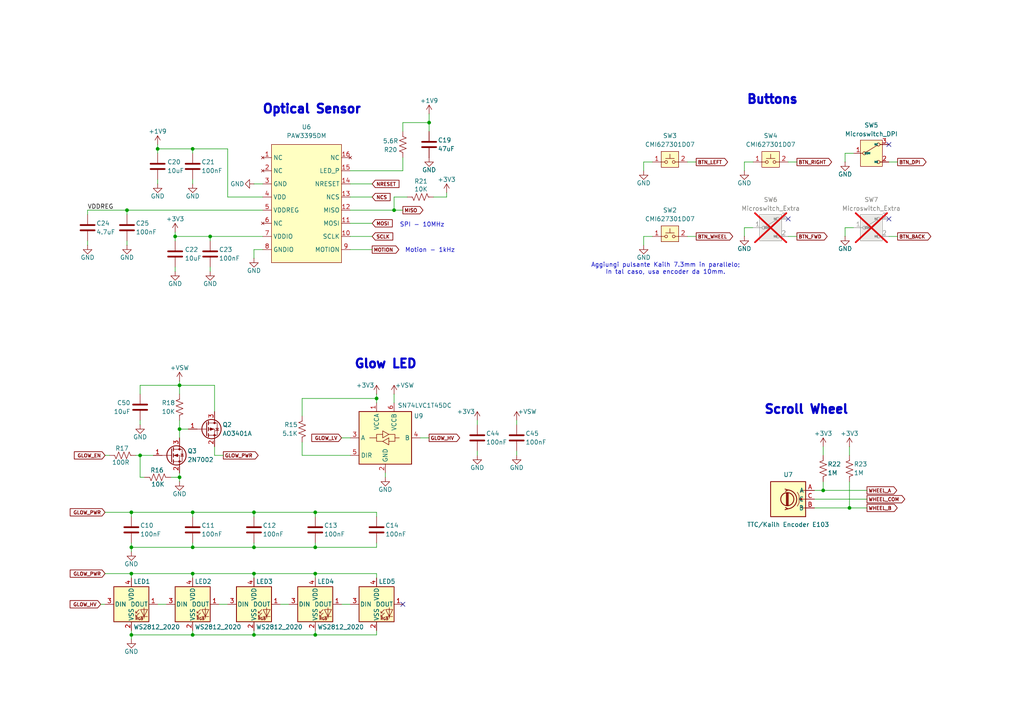
<source format=kicad_sch>
(kicad_sch (version 20250114) (generator "eeschema") (generator_version "9.0")
  (paper "A4")
  (title_block (title "Cenere Mouse") (date "2025-08-22") (rev "1") (company "Triungulo Lab"))
  (lib_symbols
    (symbol "Cenere_Mouse:Kailh SPST Tactile Switch Mute Silent" (pin_names (offset 1.016) (hide yes))
      (property "Reference" "SW" (at 0 4.064 0))
      (property "Value" "CMI627301D07" (at 0 -2.794 0))
      (symbol "Kailh SPST Tactile Switch Mute Silent_0_1"
        (polyline (pts (xy -1.524 0) (xy -2.54 0)))
        (circle (center -1.092 0) (radius 0.4))
        (polyline (pts (xy 0 2.286) (xy 0 1.016) (xy -1.27 1.016) (xy 1.27 1.016)))
        (circle (center 1.092 0) (radius 0.4))
        (polyline (pts (xy 1.524 0) (xy 2.54 0)))
        (pin passive line (at -5.08 0 0) (length 2.54) (name "1") (number "1"))
        (pin passive line (at 5.08 0 180) (length 2.54) (name "2") (number "2"))
      )
      (symbol "Kailh SPST Tactile Switch Mute Silent_1_1"
        (rectangle (start -2.54 3.048) (end 2.54 -1.524) (fill (type background)))
      )
    )
    (symbol "Cenere_Mouse:PAW3395DM"
      (property "Reference" "U" (at 0 0 0))
      (property "Value" "PAW3395DM" (at -0.508 -16.764 0))
      (symbol "PAW3395DM_0_0"
        (pin unspecified line (at -12.7 7.62 0) (length 2.54) (name "GND") (number "3"))
        (pin power_in line (at -12.7 3.81 0) (length 2.54) (name "VDD") (number "4"))
        (pin unspecified line (at -12.7 0 0) (length 2.54) (name "VDDREG") (number "5"))
        (pin power_in line (at -12.7 -7.62 0) (length 2.54) (name "VDDIO") (number "7"))
        (pin unspecified line (at -12.7 -11.43 0) (length 2.54) (name "GNDIO") (number "8"))
        (pin input line (at 12.7 11.43 180) (length 2.54) (name "LED_P") (number "15"))
        (pin input line (at 12.7 7.62 180) (length 2.54) (name "NRESET") (number "14"))
        (pin input line (at 12.7 3.81 180) (length 2.54) (name "NCS") (number "13"))
        (pin output line (at 12.7 0 180) (length 2.54) (name "MISO") (number "12"))
        (pin input line (at 12.7 -3.81 180) (length 2.54) (name "MOSI") (number "11"))
        (pin input line (at 12.7 -7.62 180) (length 2.54) (name "SCLK") (number "10"))
        (pin output line (at 12.7 -11.43 180) (length 2.54) (name "MOTION") (number "9"))
      )
      (symbol "PAW3395DM_1_0"
        (pin no_connect line (at -12.7 15.24 0) (length 2.54) (name "NC") (number "1"))
        (pin no_connect line (at -12.7 11.43 0) (length 2.54) (name "NC") (number "2"))
        (pin no_connect line (at -12.7 -3.81 0) (length 2.54) (name "NC") (number "6"))
        (pin no_connect line (at 12.7 15.24 180) (length 2.54) (name "NC") (number "16"))
      )
      (symbol "PAW3395DM_1_1"
        (rectangle (start -10.16 19.05) (end 10.16 -15.24) (fill (type background)))
      )
    )
    (symbol "Cenere_Mouse:SPDT_Microswitch"
      (property "Reference" "U" (at 0 7.112 0))
      (property "Value" "Microswitch" (at 0.254 5.334 0))
      (symbol "SPDT_Microswitch_0_1"
        (circle (center -2.032 0) (radius 0.4572))
        (polyline (pts (xy -1.651 0.254) (xy 1.651 2.286)))
        (circle (center 2.032 2.54) (radius 0.4572))
        (circle (center 2.032 -2.54) (radius 0.4572))
      )
      (symbol "SPDT_Microswitch_1_1"
        (rectangle (start -3.175 3.81) (end 3.175 -3.81) (fill (type background)))
        (pin passive line (at -5.08 0 0) (length 2.54) (name "COM") (number "1"))
        (pin passive line (at 5.08 2.54 180) (length 2.54) (name "NC") (number "3"))
        (pin passive line (at 5.08 -2.54 180) (length 2.54) (name "NO") (number "2"))
      )
    )
    (symbol "Cenere_Mouse:TTC__Kailh_Encoder"
      (property "Reference" "U" (at 0 0 0))
      (property "Value" "TTC/Kailh Encoder E103" (at 0 0 0))
      (symbol "TTC__Kailh_Encoder_0_1"
        (rectangle (start -5.08 5.08) (end 5.08 -5.08) (stroke (width 0.254)) (fill (type background)))
        (polyline (pts (xy -5.08 2.54) (xy -3.81 2.54) (xy -3.81 2.032)))
        (polyline (pts (xy -5.08 0) (xy -3.175 0) (xy -3.175 -1.016) (xy -2.667 -2.032)))
        (polyline (pts (xy -5.08 -2.54) (xy -3.81 -2.54) (xy -3.81 -2.032)))
        (circle (center -3.81 0) (radius 0.254) (fill (type outline)))
        (polyline (pts (xy -3.683 0) (xy -3.175 0) (xy -3.175 1.016) (xy -2.667 2.032)))
        (polyline (pts (xy 0 -1.778) (xy 0 1.778)) (stroke (width 0.254)))
        (circle (center 0.254 0) (radius 1.905) (stroke (width 0.254)))
        (polyline (pts (xy 0.254 -1.778) (xy 0.254 1.778)) (stroke (width 0.254)))
        (arc (start 0.254 -2.794) (mid -2.4638 -0.0635) (end 0.254 2.667) (stroke (width 0.254)))
        (polyline (pts (xy 0.508 1.778) (xy 0.508 -1.778)) (stroke (width 0.254)))
        (polyline (pts (xy 0.889 2.921) (xy 0.127 2.667) (xy 0.762 2.286)) (stroke (width 0.254)))
        (polyline (pts (xy 0.889 -3.048) (xy 0.127 -2.794) (xy 0.762 -2.413)) (stroke (width 0.254)))
      )
      (symbol "TTC__Kailh_Encoder_1_1"
        (pin passive line (at -7.62 2.54 0) (length 2.54) (name "A") (number "A"))
        (pin passive line (at -7.62 0 0) (length 2.54) (name "C") (number "C"))
        (pin passive line (at -7.62 -2.54 0) (length 2.54) (name "B") (number "B"))
      )
    )
    (symbol "Device:C" (pin_numbers (hide yes)) (pin_names (offset 0.254))
      (property "Reference" "C" (at 0.635 2.54 0))
      (property "Value" "C" (at 0.635 -2.54 0))
      (symbol "C_0_1"
        (polyline (pts (xy -2.032 0.762) (xy 2.032 0.762)) (stroke (width 0.508)))
        (polyline (pts (xy -2.032 -0.762) (xy 2.032 -0.762)) (stroke (width 0.508)))
      )
      (symbol "C_1_1"
        (pin passive line (at 0 3.81 270) (length 2.794) (name "~") (number "1"))
        (pin passive line (at 0 -3.81 90) (length 2.794) (name "~") (number "2"))
      )
    )
    (symbol "Device:R_US" (pin_numbers (hide yes)) (pin_names (offset 0))
      (property "Reference" "R" (at 2.54 0 90))
      (property "Value" "R_US" (at -2.54 0 90))
      (symbol "R_US_0_1"
        (polyline (pts (xy 0 2.286) (xy 0 2.54)))
        (polyline (pts (xy 0 2.286) (xy 1.016 1.905) (xy 0 1.524) (xy -1.016 1.143) (xy 0 0.762)))
        (polyline (pts (xy 0 0.762) (xy 1.016 0.381) (xy 0 0) (xy -1.016 -0.381) (xy 0 -0.762)))
        (polyline (pts (xy 0 -0.762) (xy 1.016 -1.143) (xy 0 -1.524) (xy -1.016 -1.905) (xy 0 -2.286)))
        (polyline (pts (xy 0 -2.286) (xy 0 -2.54)))
      )
      (symbol "R_US_1_1"
        (pin passive line (at 0 3.81 270) (length 1.27) (name "~") (number "1"))
        (pin passive line (at 0 -3.81 90) (length 1.27) (name "~") (number "2"))
      )
    )
    (symbol "Logic_LevelTranslator:SN74LVC1T45DCK"
      (property "Reference" "U" (at -6.35 8.89 0))
      (property "Value" "SN74LVC1T45DCK" (at 3.81 8.89 0))
      (symbol "SN74LVC1T45DCK_0_1"
        (rectangle (start -7.62 7.62) (end 7.62 -7.62) (stroke (width 0.254)) (fill (type background)))
        (polyline (pts (xy -2.54 0) (xy -2.54 1.016) (xy -0.762 1.016)))
        (polyline (pts (xy -0.762 0) (xy -0.762 2.032) (xy 1.016 1.016) (xy -0.762 0)))
        (polyline (pts (xy -0.762 -1.016) (xy -2.54 -1.016) (xy -2.54 0) (xy -4.572 0)))
        (polyline (pts (xy 1.016 1.016) (xy 2.794 1.016) (xy 2.794 0) (xy 4.064 0)))
        (polyline (pts (xy 1.016 0) (xy 1.016 -1.778) (xy 1.016 -2.032) (xy -0.762 -1.016) (xy 1.016 0)))
        (polyline (pts (xy 2.794 0) (xy 2.794 -1.016) (xy 1.016 -1.016)))
      )
      (symbol "SN74LVC1T45DCK_1_1"
        (pin bidirectional line (at -10.16 0 0) (length 2.54) (name "A") (number "3"))
        (pin input line (at -10.16 -5.08 0) (length 2.54) (name "DIR") (number "5"))
        (pin power_in line (at -2.54 10.16 270) (length 2.54) (name "VCCA") (number "1"))
        (pin power_in line (at 0 -10.16 90) (length 2.54) (name "GND") (number "2"))
        (pin power_in line (at 2.54 10.16 270) (length 2.54) (name "VCCB") (number "6"))
        (pin bidirectional line (at 10.16 0 180) (length 2.54) (name "B") (number "4"))
      )
    )
    (symbol "PCM_marbastlib-various:WS2812_2020" (pin_names (offset 0.254))
      (property "Reference" "LED" (at 5.08 5.715 0))
      (property "Value" "WS2812_2020" (at 1.27 -5.715 0))
      (symbol "WS2812_2020_0_0"
        (text "RGB" (at 2.286 -4.191 0) (effects (font (size 0.762 0.762))))
      )
      (symbol "WS2812_2020_0_1"
        (polyline (pts (xy 1.27 -2.54) (xy 1.778 -2.54)))
        (polyline (pts (xy 1.27 -3.556) (xy 1.778 -3.556)))
        (polyline (pts (xy 2.286 -1.524) (xy 1.27 -2.54) (xy 1.27 -2.032)))
        (polyline (pts (xy 2.286 -2.54) (xy 1.27 -3.556) (xy 1.27 -3.048)))
        (polyline (pts (xy 3.683 -1.016) (xy 3.683 -3.556) (xy 3.683 -4.064)))
        (polyline (pts (xy 4.699 -1.524) (xy 2.667 -1.524) (xy 3.683 -3.556) (xy 4.699 -1.524)))
        (polyline (pts (xy 4.699 -3.556) (xy 2.667 -3.556)))
        (rectangle (start 5.08 5.08) (end -5.08 -5.08) (stroke (width 0.254)) (fill (type background)))
      )
      (symbol "WS2812_2020_1_1"
        (pin input line (at -7.62 0 0) (length 2.54) (name "DIN") (number "3"))
        (pin power_in line (at 0 7.62 270) (length 2.54) (name "VDD") (number "4"))
        (pin power_in line (at 0 -7.62 90) (length 2.54) (name "VSS") (number "2"))
        (pin output line (at 7.62 0 180) (length 2.54) (name "DOUT") (number "1"))
      )
    )
    (symbol "Transistor_FET:2N7002" (pin_names (offset 0) (hide yes))
      (property "Reference" "Q" (at 5.08 1.905 0))
      (property "Value" "2N7002" (at 5.08 0 0))
      (symbol "2N7002_0_1"
        (polyline (pts (xy 0.254 1.905) (xy 0.254 -1.905)) (stroke (width 0.254)))
        (polyline (pts (xy 0.254 0) (xy -2.54 0)))
        (polyline (pts (xy 0.762 2.286) (xy 0.762 1.27)) (stroke (width 0.254)))
        (polyline (pts (xy 0.762 0.508) (xy 0.762 -0.508)) (stroke (width 0.254)))
        (polyline (pts (xy 0.762 -1.27) (xy 0.762 -2.286)) (stroke (width 0.254)))
        (polyline (pts (xy 0.762 -1.778) (xy 3.302 -1.778) (xy 3.302 1.778) (xy 0.762 1.778)))
        (polyline (pts (xy 1.016 0) (xy 2.032 0.381) (xy 2.032 -0.381) (xy 1.016 0)) (fill (type outline)))
        (circle (center 1.651 0) (radius 2.794) (stroke (width 0.254)))
        (polyline (pts (xy 2.54 2.54) (xy 2.54 1.778)))
        (circle (center 2.54 1.778) (radius 0.254) (fill (type outline)))
        (circle (center 2.54 -1.778) (radius 0.254) (fill (type outline)))
        (polyline (pts (xy 2.54 -2.54) (xy 2.54 0) (xy 0.762 0)))
        (polyline (pts (xy 2.921 0.381) (xy 3.683 0.381)))
        (polyline (pts (xy 3.302 0.381) (xy 2.921 -0.254) (xy 3.683 -0.254) (xy 3.302 0.381)))
      )
      (symbol "2N7002_1_1"
        (pin input line (at -5.08 0 0) (length 2.54) (name "G") (number "1"))
        (pin passive line (at 2.54 5.08 270) (length 2.54) (name "D") (number "3"))
        (pin passive line (at 2.54 -5.08 90) (length 2.54) (name "S") (number "2"))
      )
    )
    (symbol "Transistor_FET:AO3401A" (pin_names (hide yes))
      (property "Reference" "Q" (at 5.08 1.905 0))
      (property "Value" "AO3401A" (at 5.08 0 0))
      (symbol "AO3401A_0_1"
        (polyline (pts (xy 0.254 1.905) (xy 0.254 -1.905)) (stroke (width 0.254)))
        (polyline (pts (xy 0.254 0) (xy -2.54 0)))
        (polyline (pts (xy 0.762 2.286) (xy 0.762 1.27)) (stroke (width 0.254)))
        (polyline (pts (xy 0.762 1.778) (xy 3.302 1.778) (xy 3.302 -1.778) (xy 0.762 -1.778)))
        (polyline (pts (xy 0.762 0.508) (xy 0.762 -0.508)) (stroke (width 0.254)))
        (polyline (pts (xy 0.762 -1.27) (xy 0.762 -2.286)) (stroke (width 0.254)))
        (circle (center 1.651 0) (radius 2.794) (stroke (width 0.254)))
        (polyline (pts (xy 2.286 0) (xy 1.27 0.381) (xy 1.27 -0.381) (xy 2.286 0)) (fill (type outline)))
        (polyline (pts (xy 2.54 2.54) (xy 2.54 1.778)))
        (circle (center 2.54 1.778) (radius 0.254) (fill (type outline)))
        (circle (center 2.54 -1.778) (radius 0.254) (fill (type outline)))
        (polyline (pts (xy 2.54 -2.54) (xy 2.54 0) (xy 0.762 0)))
        (polyline (pts (xy 2.794 -0.508) (xy 2.921 -0.381) (xy 3.683 -0.381) (xy 3.81 -0.254)))
        (polyline (pts (xy 3.302 -0.381) (xy 2.921 0.254) (xy 3.683 0.254) (xy 3.302 -0.381)))
      )
      (symbol "AO3401A_1_1"
        (pin input line (at -5.08 0 0) (length 2.54) (name "G") (number "1"))
        (pin passive line (at 2.54 5.08 270) (length 2.54) (name "D") (number "3"))
        (pin passive line (at 2.54 -5.08 90) (length 2.54) (name "S") (number "2"))
      )
    )
    (symbol "power:+1V8" (power) (pin_numbers (hide yes)) (pin_names (offset 0) (hide yes))
      (property "Value" "+1V8" (at 0 3.556 0))
      (symbol "+1V8_0_1"
        (polyline (pts (xy -0.762 1.27) (xy 0 2.54)))
        (polyline (pts (xy 0 2.54) (xy 0.762 1.27)))
        (polyline (pts (xy 0 0) (xy 0 2.54)))
      )
      (symbol "+1V8_1_1"
        (pin power_in line (at 0 0 90) (length 0) (name "~") (number "1"))
      )
    )
    (symbol "power:+3V3" (power) (pin_numbers (hide yes)) (pin_names (offset 0) (hide yes))
      (property "Value" "+3V3" (at 0 3.556 0))
      (symbol "+3V3_0_1"
        (polyline (pts (xy -0.762 1.27) (xy 0 2.54)))
        (polyline (pts (xy 0 2.54) (xy 0.762 1.27)))
        (polyline (pts (xy 0 0) (xy 0 2.54)))
      )
      (symbol "+3V3_1_1"
        (pin power_in line (at 0 0 90) (length 0) (name "~") (number "1"))
      )
    )
    (symbol "power:+VSW" (power) (pin_numbers (hide yes)) (pin_names (offset 0) (hide yes))
      (property "Value" "+VSW" (at 0 3.556 0))
      (symbol "+VSW_0_1"
        (polyline (pts (xy -0.762 1.27) (xy 0 2.54)))
        (polyline (pts (xy 0 2.54) (xy 0.762 1.27)))
        (polyline (pts (xy 0 0) (xy 0 2.54)))
      )
      (symbol "+VSW_1_1"
        (pin power_in line (at 0 0 90) (length 0) (name "~") (number "1"))
      )
    )
    (symbol "power:GND" (power) (pin_numbers (hide yes)) (pin_names (offset 0) (hide yes))
      (property "Value" "GND" (at 0 -3.81 0))
      (symbol "GND_0_1"
        (polyline (pts (xy 0 0) (xy 0 -1.27) (xy 1.27 -1.27) (xy 0 -2.54) (xy -1.27 -1.27) (xy 0 -1.27)))
      )
      (symbol "GND_1_1"
        (pin power_in line (at 0 0 270) (length 0) (name "~") (number "1"))
      )
    )
  )
  (text "SPI - 10MHz" (at 122.428 65.278 0) (effects (font (size 1.27 1.27))))
  (text "Glow LED" (at 102.616 105.664 0) (effects (font (size 2.54 2.54) (thickness 1.016) (bold yes)) (justify left)))
  (text "Motion - 1kHz" (at 124.714 72.644 0) (effects (font (size 1.27 1.27))))
  (text "Scroll Wheel" (at 221.488 118.872 0) (effects (font (size 2.54 2.54) (thickness 1.016) (bold yes)) (justify left)))
  (text "Optical Sensor" (at 75.946 31.75 0) (effects (font (size 2.54 2.54) (thickness 1.016) (bold yes)) (justify left)))
  (text "Buttons" (at 216.408 28.956 0) (effects (font (size 2.54 2.54) (thickness 1.016) (bold yes)) (justify left)))
  (text "Aggiungi pulsante Kailh 7.3mm in parallelo;\nIn tal caso, usa encoder da 10mm." (at 193.04 77.978 0) (effects (font (size 1.27 1.27))))
  (junction (at 52.07 111.76))
  (junction (at 40.64 132.08))
  (junction (at 55.88 148.59))
  (junction (at 36.83 60.96))
  (junction (at 38.1 184.15))
  (junction (at 91.44 166.37))
  (junction (at 45.72 43.18))
  (junction (at 114.3 60.96))
  (junction (at 52.07 124.46))
  (junction (at 55.88 184.15))
  (junction (at 55.88 43.18))
  (junction (at 124.46 35.56))
  (junction (at 91.44 184.15))
  (junction (at 109.22 115.57))
  (junction (at 91.44 148.59))
  (junction (at 38.1 166.37))
  (junction (at 73.66 158.75))
  (junction (at 73.66 148.59))
  (junction (at 73.66 184.15))
  (junction (at 238.76 142.24))
  (junction (at 91.44 158.75))
  (junction (at 246.38 147.32))
  (junction (at 73.66 166.37))
  (junction (at 55.88 158.75))
  (junction (at 50.8 68.58))
  (junction (at 38.1 158.75))
  (junction (at 60.96 68.58))
  (junction (at 52.07 138.43))
  (junction (at 55.88 166.37))
  (junction (at 38.1 148.59))
  (no_connect (at 116.84 175.26))
  (no_connect (at 257.81 63.5))
  (no_connect (at 257.81 41.91))
  (no_connect (at 228.6 63.5))
  (wire (pts (xy 73.66 167.64) (xy 73.66 166.37)))
  (wire (pts (xy 91.44 158.75) (xy 109.22 158.75)))
  (wire (pts (xy 238.76 142.24) (xy 238.76 139.7)))
  (wire (pts (xy 73.66 148.59) (xy 91.44 148.59)))
  (wire (pts (xy 245.11 66.04) (xy 247.65 66.04)))
  (wire (pts (xy 114.3 60.96) (xy 116.84 60.96)))
  (wire (pts (xy 30.48 132.08) (xy 31.75 132.08)))
  (wire (pts (xy 91.44 148.59) (xy 109.22 148.59)))
  (wire (pts (xy 101.6 53.34) (xy 107.95 53.34)))
  (wire (pts (xy 40.64 111.76) (xy 52.07 111.76)))
  (wire (pts (xy 116.84 45.72) (xy 116.84 49.53)))
  (wire (pts (xy 91.44 166.37) (xy 109.22 166.37)))
  (wire (pts (xy 50.8 77.47) (xy 50.8 78.74)))
  (wire (pts (xy 38.1 158.75) (xy 38.1 160.02)))
  (wire (pts (xy 246.38 129.54) (xy 246.38 132.08)))
  (wire (pts (xy 138.43 130.81) (xy 138.43 132.08)))
  (wire (pts (xy 38.1 166.37) (xy 55.88 166.37)))
  (wire (pts (xy 40.64 121.92) (xy 40.64 123.19)))
  (wire (pts (xy 215.9 46.99) (xy 218.44 46.99)))
  (wire (pts (xy 38.1 148.59) (xy 55.88 148.59)))
  (wire (pts (xy 50.8 67.31) (xy 50.8 68.58)))
  (wire (pts (xy 124.46 33.02) (xy 124.46 35.56)))
  (wire (pts (xy 73.66 148.59) (xy 73.66 149.86)))
  (wire (pts (xy 101.6 49.53) (xy 116.84 49.53)))
  (wire (pts (xy 87.63 115.57) (xy 109.22 115.57)))
  (wire (pts (xy 45.72 52.07) (xy 45.72 53.34)))
  (wire (pts (xy 55.88 148.59) (xy 55.88 149.86)))
  (wire (pts (xy 246.38 147.32) (xy 236.22 147.32)))
  (wire (pts (xy 101.6 60.96) (xy 114.3 60.96)))
  (wire (pts (xy 40.64 114.3) (xy 40.64 111.76)))
  (wire (pts (xy 87.63 132.08) (xy 101.6 132.08)))
  (wire (pts (xy 101.6 57.15) (xy 107.95 57.15)))
  (wire (pts (xy 91.44 184.15) (xy 109.22 184.15)))
  (wire (pts (xy 236.22 142.24) (xy 238.76 142.24)))
  (wire (pts (xy 55.88 148.59) (xy 73.66 148.59)))
  (wire (pts (xy 45.72 43.18) (xy 45.72 41.91)))
  (wire (pts (xy 73.66 158.75) (xy 55.88 158.75)))
  (wire (pts (xy 52.07 137.16) (xy 52.07 138.43)))
  (wire (pts (xy 215.9 46.99) (xy 215.9 49.53)))
  (wire (pts (xy 55.88 52.07) (xy 55.88 53.34)))
  (wire (pts (xy 60.96 69.85) (xy 60.96 68.58)))
  (wire (pts (xy 52.07 110.49) (xy 52.07 111.76)))
  (wire (pts (xy 186.69 46.99) (xy 189.23 46.99)))
  (wire (pts (xy 109.22 148.59) (xy 109.22 149.86)))
  (wire (pts (xy 50.8 68.58) (xy 60.96 68.58)))
  (wire (pts (xy 121.92 127) (xy 124.46 127)))
  (wire (pts (xy 52.07 114.3) (xy 52.07 111.76)))
  (wire (pts (xy 186.69 68.58) (xy 186.69 71.12)))
  (wire (pts (xy 45.72 175.26) (xy 48.26 175.26)))
  (wire (pts (xy 245.11 44.45) (xy 245.11 46.99)))
  (wire (pts (xy 246.38 139.7) (xy 246.38 147.32)))
  (wire (pts (xy 41.91 138.43) (xy 40.64 138.43)))
  (wire (pts (xy 109.22 157.48) (xy 109.22 158.75)))
  (wire (pts (xy 101.6 68.58) (xy 107.95 68.58)))
  (wire (pts (xy 73.66 72.39) (xy 76.2 72.39)))
  (wire (pts (xy 114.3 114.3) (xy 114.3 116.84)))
  (wire (pts (xy 129.54 57.15) (xy 129.54 55.88)))
  (wire (pts (xy 38.1 167.64) (xy 38.1 166.37)))
  (wire (pts (xy 55.88 166.37) (xy 55.88 167.64)))
  (wire (pts (xy 111.76 137.16) (xy 111.76 138.43)))
  (wire (pts (xy 25.4 69.85) (xy 25.4 71.12)))
  (wire (pts (xy 186.69 46.99) (xy 186.69 49.53)))
  (wire (pts (xy 73.66 182.88) (xy 73.66 184.15)))
  (wire (pts (xy 257.81 68.58) (xy 260.35 68.58)))
  (wire (pts (xy 38.1 184.15) (xy 38.1 185.42)))
  (wire (pts (xy 138.43 121.92) (xy 138.43 123.19)))
  (wire (pts (xy 52.07 111.76) (xy 62.23 111.76)))
  (wire (pts (xy 25.4 60.96) (xy 36.83 60.96)))
  (wire (pts (xy 199.39 68.58) (xy 201.93 68.58)))
  (wire (pts (xy 87.63 120.65) (xy 87.63 115.57)))
  (wire (pts (xy 73.66 157.48) (xy 73.66 158.75)))
  (wire (pts (xy 55.88 166.37) (xy 73.66 166.37)))
  (wire (pts (xy 99.06 127) (xy 101.6 127)))
  (wire (pts (xy 45.72 43.18) (xy 45.72 44.45)))
  (wire (pts (xy 109.22 167.64) (xy 109.22 166.37)))
  (wire (pts (xy 109.22 114.3) (xy 109.22 115.57)))
  (wire (pts (xy 29.21 175.26) (xy 30.48 175.26)))
  (wire (pts (xy 55.88 158.75) (xy 55.88 157.48)))
  (wire (pts (xy 39.37 132.08) (xy 40.64 132.08)))
  (wire (pts (xy 101.6 72.39) (xy 107.95 72.39)))
  (wire (pts (xy 49.53 138.43) (xy 52.07 138.43)))
  (wire (pts (xy 62.23 129.54) (xy 62.23 132.08)))
  (wire (pts (xy 91.44 148.59) (xy 91.44 149.86)))
  (wire (pts (xy 109.22 115.57) (xy 109.22 116.84)))
  (wire (pts (xy 199.39 46.99) (xy 201.93 46.99)))
  (wire (pts (xy 246.38 147.32) (xy 251.46 147.32)))
  (wire (pts (xy 91.44 166.37) (xy 91.44 167.64)))
  (wire (pts (xy 38.1 149.86) (xy 38.1 148.59)))
  (wire (pts (xy 186.69 68.58) (xy 189.23 68.58)))
  (wire (pts (xy 109.22 182.88) (xy 109.22 184.15)))
  (wire (pts (xy 245.11 66.04) (xy 245.11 68.58)))
  (wire (pts (xy 55.88 184.15) (xy 73.66 184.15)))
  (wire (pts (xy 60.96 68.58) (xy 76.2 68.58)))
  (wire (pts (xy 114.3 57.15) (xy 114.3 60.96)))
  (wire (pts (xy 238.76 142.24) (xy 251.46 142.24)))
  (wire (pts (xy 99.06 175.26) (xy 101.6 175.26)))
  (wire (pts (xy 215.9 66.04) (xy 218.44 66.04)))
  (wire (pts (xy 63.5 175.26) (xy 66.04 175.26)))
  (wire (pts (xy 38.1 157.48) (xy 38.1 158.75)))
  (wire (pts (xy 36.83 60.96) (xy 76.2 60.96)))
  (wire (pts (xy 38.1 182.88) (xy 38.1 184.15)))
  (wire (pts (xy 52.07 138.43) (xy 52.07 139.7)))
  (wire (pts (xy 62.23 132.08) (xy 64.77 132.08)))
  (wire (pts (xy 52.07 127) (xy 52.07 124.46)))
  (wire (pts (xy 76.2 57.15) (xy 66.04 57.15)))
  (wire (pts (xy 73.66 158.75) (xy 91.44 158.75)))
  (wire (pts (xy 66.04 57.15) (xy 66.04 43.18)))
  (wire (pts (xy 116.84 35.56) (xy 116.84 38.1)))
  (wire (pts (xy 257.81 46.99) (xy 260.35 46.99)))
  (wire (pts (xy 40.64 138.43) (xy 40.64 132.08)))
  (wire (pts (xy 66.04 43.18) (xy 55.88 43.18)))
  (wire (pts (xy 81.28 175.26) (xy 83.82 175.26)))
  (wire (pts (xy 30.48 148.59) (xy 38.1 148.59)))
  (wire (pts (xy 55.88 182.88) (xy 55.88 184.15)))
  (wire (pts (xy 60.96 77.47) (xy 60.96 78.74)))
  (wire (pts (xy 73.66 74.93) (xy 73.66 72.39)))
  (wire (pts (xy 36.83 60.96) (xy 36.83 62.23)))
  (wire (pts (xy 73.66 184.15) (xy 91.44 184.15)))
  (wire (pts (xy 55.88 44.45) (xy 55.88 43.18)))
  (wire (pts (xy 238.76 129.54) (xy 238.76 132.08)))
  (wire (pts (xy 52.07 121.92) (xy 52.07 124.46)))
  (wire (pts (xy 245.11 44.45) (xy 247.65 44.45)))
  (wire (pts (xy 38.1 184.15) (xy 55.88 184.15)))
  (wire (pts (xy 38.1 158.75) (xy 55.88 158.75)))
  (wire (pts (xy 116.84 35.56) (xy 124.46 35.56)))
  (wire (pts (xy 25.4 60.96) (xy 25.4 62.23)))
  (wire (pts (xy 40.64 132.08) (xy 44.45 132.08)))
  (wire (pts (xy 124.46 35.56) (xy 124.46 38.1)))
  (wire (pts (xy 36.83 69.85) (xy 36.83 71.12)))
  (wire (pts (xy 149.86 121.92) (xy 149.86 123.19)))
  (wire (pts (xy 125.73 57.15) (xy 129.54 57.15)))
  (wire (pts (xy 30.48 166.37) (xy 38.1 166.37)))
  (wire (pts (xy 114.3 57.15) (xy 118.11 57.15)))
  (wire (pts (xy 73.66 53.34) (xy 76.2 53.34)))
  (wire (pts (xy 62.23 111.76) (xy 62.23 119.38)))
  (wire (pts (xy 45.72 43.18) (xy 55.88 43.18)))
  (wire (pts (xy 101.6 64.77) (xy 107.95 64.77)))
  (wire (pts (xy 91.44 157.48) (xy 91.44 158.75)))
  (wire (pts (xy 50.8 68.58) (xy 50.8 69.85)))
  (wire (pts (xy 236.22 144.78) (xy 251.46 144.78)))
  (wire (pts (xy 228.6 68.58) (xy 231.14 68.58)))
  (wire (pts (xy 52.07 124.46) (xy 54.61 124.46)))
  (wire (pts (xy 228.6 46.99) (xy 231.14 46.99)))
  (wire (pts (xy 91.44 182.88) (xy 91.44 184.15)))
  (wire (pts (xy 73.66 166.37) (xy 91.44 166.37)))
  (wire (pts (xy 149.86 130.81) (xy 149.86 132.08)))
  (wire (pts (xy 215.9 66.04) (xy 215.9 68.58)))
  (wire (pts (xy 87.63 128.27) (xy 87.63 132.08)))
  (label "VDDREG" (at 25.4 60.96 0))
  (global_label "WHEEL_B" (shape output) (at 251.46 147.32 0) (effects (font (size 1 1) (thickness 0.2) (bold yes))) (property "Intersheetrefs" "${INTERSHEET_REFS}" (effects (hide yes))))
  (global_label "MOTION" (shape output) (at 107.95 72.39 0) (effects (font (size 1 1) (thickness 0.2) (bold yes))) (property "Intersheetrefs" "${INTERSHEET_REFS}" (effects (hide yes))))
  (global_label "BTN_RIGHT" (shape output) (at 231.14 46.99 0) (effects (font (size 1 1) (thickness 0.2) (bold yes))) (property "Intersheetrefs" "${INTERSHEET_REFS}" (effects (hide yes))))
  (global_label "BTN_LEFT" (shape output) (at 201.93 46.99 0) (effects (font (size 1 1) (thickness 0.2) (bold yes))) (property "Intersheetrefs" "${INTERSHEET_REFS}" (effects (hide yes))))
  (global_label "NCS" (shape input) (at 107.95 57.15 0) (effects (font (size 1 1) (thickness 0.2) (bold yes))) (property "Intersheetrefs" "${INTERSHEET_REFS}" (effects (hide yes))))
  (global_label "WHEEL_COM" (shape output) (at 251.46 144.78 0) (effects (font (size 1 1) (thickness 0.2) (bold yes))) (property "Intersheetrefs" "${INTERSHEET_REFS}" (effects (hide yes))))
  (global_label "BTN_DPI" (shape output) (at 260.35 46.99 0) (effects (font (size 1 1) (thickness 0.2) (bold yes))) (property "Intersheetrefs" "${INTERSHEET_REFS}" (effects (hide yes))))
  (global_label "SCLK" (shape input) (at 107.95 68.58 0) (effects (font (size 1 1) (thickness 0.2) (bold yes))) (property "Intersheetrefs" "${INTERSHEET_REFS}" (effects (hide yes))))
  (global_label "GLOW_HV" (shape output) (at 124.46 127 0) (effects (font (size 1 1) (thickness 0.2) (bold yes))) (property "Intersheetrefs" "${INTERSHEET_REFS}" (effects (hide yes))))
  (global_label "WHEEL_A" (shape output) (at 251.46 142.24 0) (effects (font (size 1 1) (thickness 0.2) (bold yes))) (property "Intersheetrefs" "${INTERSHEET_REFS}" (effects (hide yes))))
  (global_label "BTN_FWD" (shape output) (at 231.14 68.58 0) (effects (font (size 1 1) (thickness 0.2) (bold yes))) (property "Intersheetrefs" "${INTERSHEET_REFS}" (effects (hide yes))))
  (global_label "BTN_WHEEL" (shape output) (at 201.93 68.58 0) (effects (font (size 1 1) (thickness 0.2) (bold yes))) (property "Intersheetrefs" "${INTERSHEET_REFS}" (effects (hide yes))))
  (global_label "MOSI" (shape input) (at 107.95 64.77 0) (effects (font (size 1 1) (thickness 0.2) (bold yes))) (property "Intersheetrefs" "${INTERSHEET_REFS}" (effects (hide yes))))
  (global_label "GLOW_PWR" (shape input) (at 30.48 166.37 180) (effects (font (size 1 1) (thickness 0.2) (bold yes))) (property "Intersheetrefs" "${INTERSHEET_REFS}" (effects (hide yes))))
  (global_label "MISO" (shape output) (at 116.84 60.96 0) (effects (font (size 1 1) (thickness 0.2) (bold yes))) (property "Intersheetrefs" "${INTERSHEET_REFS}" (effects (hide yes))))
  (global_label "BTN_BACK" (shape output) (at 260.35 68.58 0) (effects (font (size 1 1) (thickness 0.2) (bold yes))) (property "Intersheetrefs" "${INTERSHEET_REFS}" (effects (hide yes))))
  (global_label "GLOW_LV" (shape input) (at 99.06 127 180) (effects (font (size 1 1) (thickness 0.2) (bold yes))) (property "Intersheetrefs" "${INTERSHEET_REFS}" (effects (hide yes))))
  (global_label "NRESET" (shape input) (at 107.95 53.34 0) (effects (font (size 1 1) (thickness 0.2) (bold yes))) (property "Intersheetrefs" "${INTERSHEET_REFS}" (effects (hide yes))))
  (global_label "GLOW_PWR" (shape input) (at 30.48 148.59 180) (effects (font (size 1 1) (thickness 0.2) (bold yes))) (property "Intersheetrefs" "${INTERSHEET_REFS}" (effects (hide yes))))
  (global_label "GLOW_EN" (shape input) (at 30.48 132.08 180) (effects (font (size 1 1) (thickness 0.2) (bold yes))) (property "Intersheetrefs" "${INTERSHEET_REFS}" (effects (hide yes))))
  (global_label "GLOW_PWR" (shape output) (at 64.77 132.08 0) (effects (font (size 1 1) (thickness 0.2) (bold yes))) (property "Intersheetrefs" "${INTERSHEET_REFS}" (effects (hide yes))))
  (global_label "GLOW_HV" (shape input) (at 29.21 175.26 180) (effects (font (size 1 1) (thickness 0.2) (bold yes))) (property "Intersheetrefs" "${INTERSHEET_REFS}" (effects (hide yes))))
  (symbol (lib_id "Device:C") (at 25.4 66.04 0) (unit 1)
    (property "Reference" "C24" (at 27.94 64.77 0) (effects (justify left)))
    (property "Value" "4.7uF" (at 27.94 67.31 0) (effects (justify left)))
    (property "Footprint" "Capacitor_SMD:C_0805_2012Metric" (effects (hide yes)))
    (property "Description" "4.7uF 35V X7R 0805 10% Capacitor" (effects (hide yes)))
    (property "Manufacturer" "HRE" (effects (hide yes)))
    (property "Part Number" "CGA0805X7R475K350MT" (effects (hide yes)))
    (property "JLCPCB PN" "C6119943" (effects (hide yes)))
  )
  (symbol (lib_id "power:+3V3") (at 138.43 121.92 0) (unit 1)
    (property "Reference" "#PWR0105" (effects (hide yes)))
    (property "Value" "+3V3" (at 135.128 119.38 0))
    (property "Description" "Power symbol creates a global label with name \"+3V3\"" (effects (hide yes)))
  )
  (symbol (lib_id "power:GND") (at 45.72 53.34 0) (unit 1)
    (property "Reference" "#PWR060" (effects (hide yes)))
    (property "Value" "GND" (at 45.72 56.896 0))
    (property "Description" "Power symbol creates a global label with name \"GND\" , ground" (effects (hide yes)))
  )
  (symbol (lib_id "power:GND") (at 138.43 132.08 0) (unit 1)
    (property "Reference" "#PWR0107" (effects (hide yes)))
    (property "Value" "GND" (at 138.43 135.636 0))
    (property "Description" "Power symbol creates a global label with name \"GND\" , ground" (effects (hide yes)))
  )
  (symbol (lib_id "Device:C") (at 38.1 153.67 0) (unit 1)
    (property "Reference" "C10" (at 40.64 152.4 0) (effects (justify left)))
    (property "Value" "100nF" (at 40.64 154.94 0) (effects (justify left)))
    (property "Footprint" "Capacitor_SMD:C_0402_1005Metric" (effects (hide yes)))
    (property "Description" "100nF 50V X7R 0402 ±10% Capacitor" (effects (hide yes)))
    (property "Manufacturer" "Samsung" (effects (hide yes)))
    (property "Part Number" "CL05B104KB54PNC" (effects (hide yes)))
    (property "JLCPCB PN" "C307331" (effects (hide yes)))
  )
  (symbol (lib_id "power:+3V3") (at 50.8 67.31 0) (unit 1)
    (property "Reference" "#PWR064" (effects (hide yes)))
    (property "Value" "+3V3" (at 50.8 63.5 0))
    (property "Description" "Power symbol creates a global label with name \"+3V3\"" (effects (hide yes)))
  )
  (symbol (lib_id "power:GND") (at 40.64 123.19 0) (unit 1)
    (property "Reference" "#PWR032" (effects (hide yes)))
    (property "Value" "GND" (at 40.64 126.746 0))
    (property "Description" "Power symbol creates a global label with name \"GND\" , ground" (effects (hide yes)))
  )
  (symbol (lib_id "Device:R_US") (at 246.38 135.89 0) (mirror y) (unit 1)
    (property "Reference" "R23" (at 247.65 134.62 0) (effects (justify right)))
    (property "Value" "1M" (at 247.65 137.16 0) (effects (justify right)))
    (property "Footprint" "Resistor_SMD:R_0603_1608Metric" (effects (hide yes)))
    (property "Description" "100mW 1MΩ 75V Thick Film Resistor ±1% 0603" (effects (hide yes)))
    (property "Manufacturer" "UNI-ROYAL(Uniroyal Elec)" (effects (hide yes)))
    (property "Part Number" "0603WAF1004T5E" (effects (hide yes)))
    (property "JLCPCB PN" "C22935" (effects (hide yes)))
  )
  (symbol (lib_id "Device:R_US") (at 52.07 118.11 0) (mirror y) (unit 1)
    (property "Reference" "R18" (at 50.8 116.84 0) (effects (justify left)))
    (property "Value" "10K" (at 50.8 119.38 0) (effects (justify left)))
    (property "Footprint" "Resistor_SMD:R_0603_1608Metric" (effects (hide yes)))
    (property "Description" "100mW 10kΩ 75V Thick Film Resistor ±1% ±100ppm/℃ 0603" (effects (hide yes)))
    (property "Manufacturer" "UNI-ROYAL(Uniroyal Elec)" (effects (hide yes)))
    (property "Part Number" "0603WAF1002T5E" (effects (hide yes)))
    (property "JLCPCB PN" "C25804" (effects (hide yes)))
  )
  (symbol (lib_id "power:+VSW") (at 52.07 110.49 0) (unit 1)
    (property "Reference" "#PWR044" (effects (hide yes)))
    (property "Value" "+VSW" (at 52.07 106.68 0))
    (property "Description" "Power symbol creates a global label with name \"+VSW\"" (effects (hide yes)))
  )
  (symbol (lib_id "power:+1V8") (at 45.72 41.91 0) (unit 1)
    (property "Reference" "#PWR059" (effects (hide yes)))
    (property "Value" "+1V9" (at 45.72 38.1 0))
    (property "Description" "Power symbol creates a global label with name \"+1V8\"" (effects (hide yes)))
  )
  (symbol (lib_id "Device:C") (at 60.96 73.66 0) (unit 1)
    (property "Reference" "C23" (at 63.5 72.39 0) (effects (justify left)))
    (property "Value" "100nF" (at 63.5 74.93 0) (effects (justify left)))
    (property "Footprint" "Capacitor_SMD:C_0402_1005Metric" (effects (hide yes)))
    (property "Description" "100nF 50V X7R 0402 ±10% Capacitor" (effects (hide yes)))
    (property "Manufacturer" "Samsung" (effects (hide yes)))
    (property "Part Number" "CL05B104KB54PNC" (effects (hide yes)))
    (property "JLCPCB PN" "C307331" (effects (hide yes)))
  )
  (symbol (lib_id "power:+3V3") (at 129.54 55.88 0) (unit 1)
    (property "Reference" "#PWR055" (effects (hide yes)))
    (property "Value" "+3V3" (at 129.54 52.07 0))
    (property "Description" "Power symbol creates a global label with name \"+3V3\"" (effects (hide yes)))
  )
  (symbol (lib_id "power:+3V3") (at 238.76 129.54 0) (unit 1)
    (property "Reference" "#PWR070" (effects (hide yes)))
    (property "Value" "+3V3" (at 238.76 125.73 0))
    (property "Description" "Power symbol creates a global label with name \"+3V3\"" (effects (hide yes)))
  )
  (symbol (lib_id "Cenere_Mouse:Kailh SPST Tactile Switch Mute Silent") (at 194.31 46.99 0) (unit 1) (in_bom no)
    (property "Reference" "SW3" (at 194.31 39.37 0))
    (property "Value" "CMI627301D07" (at 194.31 41.91 0))
    (property "Footprint" "Cenere_Mouse:SW_Tactile_SPST_ Kailh_6x6x7.3mm_Mute_Silent" (effects (hide yes)))
    (property "Description" "Tactile Switch 6.2x6.2x7.3mm SMD" (effects (hide yes)))
    (property "Manufacturer" "Kailh" (effects (hide yes)))
    (property "Part Number" "CMI627301D07" (effects (hide yes)))
    (property "JLCPCB PN" "C400268" (effects (hide yes)))
  )
  (symbol (lib_id "power:GND") (at 215.9 68.58 0) (unit 1)
    (property "Reference" "#PWR073" (effects (hide yes)))
    (property "Value" "GND" (at 215.9 72.136 0))
    (property "Description" "Power symbol creates a global label with name \"GND\" , ground" (effects (hide yes)))
  )
  (symbol (lib_id "Cenere_Mouse:Kailh SPST Tactile Switch Mute Silent") (at 223.52 46.99 0) (unit 1) (in_bom no)
    (property "Reference" "SW4" (at 223.52 39.37 0))
    (property "Value" "CMI627301D07" (at 223.52 41.91 0))
    (property "Footprint" "Cenere_Mouse:SW_Tactile_SPST_ Kailh_6x6x7.3mm_Mute_Silent" (effects (hide yes)))
    (property "Description" "Tactile Switch 6.2x6.2x7.3mm SMD" (effects (hide yes)))
    (property "Manufacturer" "Kailh" (effects (hide yes)))
    (property "Part Number" "CMI627301D07" (effects (hide yes)))
    (property "JLCPCB PN" "C400268" (effects (hide yes)))
  )
  (symbol (lib_id "Cenere_Mouse:SPDT_Microswitch") (at 223.52 66.04 0) (unit 1) (in_bom no) (on_board no) (dnp yes)
    (property "Reference" "SW6" (at 223.52 57.912 0))
    (property "Value" "Microswitch_Extra" (at 223.52 60.452 0))
    (property "Footprint" "Cenere_Mouse:SW_Tactile_SPDT_Omron_D2F" (effects (hide yes)))
  )
  (symbol (lib_id "Cenere_Mouse:SPDT_Microswitch") (at 252.73 44.45 0) (unit 1) (in_bom no)
    (property "Reference" "SW5" (at 252.73 36.322 0))
    (property "Value" "Microswitch_DPI" (at 252.73 38.862 0))
    (property "Footprint" "Cenere_Mouse:SW_Tactile_SPDT_Omron_D2F" (effects (hide yes)))
    (property "Description" "Blue Switch (30,000,000 Cycles)" (effects (hide yes)))
    (property "Manufacturer" "Kailh" (effects (hide yes)))
    (property "Part Number" "CMI126603D09" (effects (hide yes)))
    (property "JLCPCB PN" "C400257" (effects (hide yes)))
  )
  (symbol (lib_id "power:GND") (at 215.9 49.53 0) (unit 1)
    (property "Reference" "#PWR068" (effects (hide yes)))
    (property "Value" "GND" (at 215.9 53.086 0))
    (property "Description" "Power symbol creates a global label with name \"GND\" , ground" (effects (hide yes)))
  )
  (symbol (lib_id "power:GND") (at 38.1 160.02 0) (unit 1)
    (property "Reference" "#PWR046" (effects (hide yes)))
    (property "Value" "GND" (at 38.1 163.576 0))
    (property "Description" "Power symbol creates a global label with name \"GND\" , ground" (effects (hide yes)))
  )
  (symbol (lib_id "power:GND") (at 73.66 53.34 270) (unit 1)
    (property "Reference" "#PWR058" (effects (hide yes)))
    (property "Value" "GND" (at 68.834 53.34 90))
    (property "Description" "Power symbol creates a global label with name \"GND\" , ground" (effects (hide yes)))
  )
  (symbol (lib_id "Device:R_US") (at 116.84 41.91 180) (unit 1)
    (property "Reference" "R20" (at 113.284 43.434 0))
    (property "Value" "5.6R" (at 113.284 40.894 0))
    (property "Footprint" "Resistor_SMD:R_0805_2012Metric" (effects (hide yes)))
    (property "Description" "125mW 150V 5.6Ω Thick Film Resistor ±1% 0805" (effects (hide yes)))
    (property "Manufacturer" "UNI-ROYAL(Uniroyal Elec)" (effects (hide yes)))
    (property "Part Number" "0805W8F560KT5E" (effects (hide yes)))
    (property "JLCPCB PN" "C17729" (effects (hide yes)))
  )
  (symbol (lib_id "Device:C") (at 91.44 153.67 0) (unit 1)
    (property "Reference" "C13" (at 93.98 152.4 0) (effects (justify left)))
    (property "Value" "100nF" (at 93.98 154.94 0) (effects (justify left)))
    (property "Footprint" "Capacitor_SMD:C_0402_1005Metric" (effects (hide yes)))
    (property "Description" "100nF 50V X7R 0402 ±10% Capacitor" (effects (hide yes)))
    (property "Manufacturer" "Samsung" (effects (hide yes)))
    (property "Part Number" "CL05B104KB54PNC" (effects (hide yes)))
    (property "JLCPCB PN" "C307331" (effects (hide yes)))
  )
  (symbol (lib_id "Device:C") (at 55.88 153.67 0) (unit 1)
    (property "Reference" "C11" (at 58.42 152.4 0) (effects (justify left)))
    (property "Value" "100nF" (at 58.42 154.94 0) (effects (justify left)))
    (property "Footprint" "Capacitor_SMD:C_0402_1005Metric" (effects (hide yes)))
    (property "Description" "100nF 50V X7R 0402 ±10% Capacitor" (effects (hide yes)))
    (property "Manufacturer" "Samsung" (effects (hide yes)))
    (property "Part Number" "CL05B104KB54PNC" (effects (hide yes)))
    (property "JLCPCB PN" "C307331" (effects (hide yes)))
  )
  (symbol (lib_id "Cenere_Mouse:PAW3395DM") (at 88.9 60.96 0) (unit 1)
    (property "Reference" "U6" (at 88.9 36.83 0))
    (property "Value" "PAW3395DM" (at 88.9 39.37 0))
    (property "Footprint" "Cenere_Mouse:PixArt_PDIP-16_10.9x16.2mm_P1.78mm" (effects (hide yes)))
    (property "Description" "Pixart Optical Gaming Navigation Chip Sensor" (effects (hide yes)))
    (property "Manufacturer" "PIXART" (effects (hide yes)))
    (property "Part Number" "PAW3395" (effects (hide yes)))
  )
  (symbol (lib_id "power:GND") (at 25.4 71.12 0) (unit 1)
    (property "Reference" "#PWR066" (effects (hide yes)))
    (property "Value" "GND" (at 25.4 74.676 0))
    (property "Description" "Power symbol creates a global label with name \"GND\" , ground" (effects (hide yes)))
  )
  (symbol (lib_id "power:+1V8") (at 124.46 33.02 0) (unit 1)
    (property "Reference" "#PWR056" (effects (hide yes)))
    (property "Value" "+1V9" (at 124.46 29.21 0))
    (property "Description" "Power symbol creates a global label with name \"+1V8\"" (effects (hide yes)))
  )
  (symbol (lib_id "Cenere_Mouse:TTC__Kailh_Encoder") (at 228.6 144.78 0) (mirror y) (unit 1) (in_bom no)
    (property "Reference" "U7" (at 228.6 137.668 0))
    (property "Value" "TTC/Kailh Encoder E103" (at 228.6 152.146 0))
    (property "Footprint" "Cenere_Mouse:TTC E103 - Kailh Rotary Encoder" (effects (hide yes)))
    (property "Description" "Encoder 9mm" (effects (hide yes)))
  )
  (symbol (lib_id "PCM_marbastlib-various:WS2812_2020") (at 109.22 175.26 0) (unit 1)
    (property "Reference" "LED5" (at 112.268 168.656 0))
    (property "Value" "WS2812_2020" (effects (hide yes)))
    (property "Footprint" "PCM_marbastlib-various:LED_WS2812_2020" (effects (hide yes)))
    (property "Datasheet" "https://www.world-semi.com/DownLoadFile/139" (effects (hide yes)))
    (property "Description" "2020 SMD adressable RGB LED with integrated controller" (effects (hide yes)))
    (property "Manufacturer" "Worldsemi" (effects (hide yes)))
    (property "Part Number" "WS2812B-2020" (effects (hide yes)))
    (property "JLCPCB PN" "C965555" (effects (hide yes)))
  )
  (symbol (lib_id "Device:C") (at 45.72 48.26 0) (unit 1)
    (property "Reference" "C20" (at 48.514 46.99 0) (effects (justify left)))
    (property "Value" "10uF" (at 48.514 49.53 0) (effects (justify left)))
    (property "Footprint" "Capacitor_SMD:C_0805_2012Metric" (effects (hide yes)))
    (property "Description" "10uF X7R 0805 10% Capacitor" (effects (hide yes)))
    (property "Manufacturer" "Samsung" (effects (hide yes)))
    (property "Part Number" "CL21B106KOQNNNE" (effects (hide yes)))
    (property "JLCPCB PN" "C95841" (effects (hide yes)))
  )
  (symbol (lib_id "Transistor_FET:AO3401A") (at 59.69 124.46 0) (unit 1)
    (property "Reference" "Q2" (at 64.516 123.19 0) (effects (justify left)))
    (property "Value" "AO3401A" (at 64.516 125.73 0) (effects (justify left)))
    (property "Footprint" "Package_TO_SOT_SMD:SOT-23" (effects (hide yes)))
    (property "Datasheet" "http://www.aosmd.com/pdfs/datasheet/AO3401A.pdf" (effects (hide yes)))
    (property "Description" "-4.0A Id, -30V Vds, P-Channel MOSFET, SOT-23" (effects (hide yes)))
    (property "Manufacturer" "UMW(Youtai Semiconductor Co., Ltd.)" (effects (hide yes)))
    (property "Part Number" "AO3401A" (effects (hide yes)))
    (property "JLCPCB PN" "C347476" (effects (hide yes)))
  )
  (symbol (lib_id "power:+VSW") (at 114.3 114.3 0) (unit 1)
    (property "Reference" "#PWR041" (effects (hide yes)))
    (property "Value" "+VSW" (at 117.348 111.76 0))
    (property "Description" "Power symbol creates a global label with name \"+VSW\"" (effects (hide yes)))
  )
  (symbol (lib_id "power:GND") (at 186.69 49.53 0) (unit 1)
    (property "Reference" "#PWR054" (effects (hide yes)))
    (property "Value" "GND" (at 186.69 53.086 0))
    (property "Description" "Power symbol creates a global label with name \"GND\" , ground" (effects (hide yes)))
  )
  (symbol (lib_id "Logic_LevelTranslator:SN74LVC1T45DCK") (at 111.76 127 0) (unit 1)
    (property "Reference" "U9" (at 121.412 120.65 0))
    (property "Value" "SN74LVC1T45DC" (at 123.19 117.602 0))
    (property "Footprint" "Package_TO_SOT_SMD:SOT-363_SC-70-6" (effects (hide yes)))
    (property "Datasheet" "http://www.ti.com/lit/ds/symlink/sn74lvc1t45.pdf" (effects (hide yes)))
    (property "Description" "Single-Bit Dual-Supply Bus Transceiver With Configurable Voltage Translation and 3-State Outputs, SOT-363" (effects (hide yes)))
    (property "Manufacturer" "Texas Instruments" (effects (hide yes)))
    (property "Part Number" "SN74LVC1T45DC" (effects (hide yes)))
    (property "JLCPCB PN" "C9382" (effects (hide yes)))
  )
  (symbol (lib_id "Transistor_FET:2N7002") (at 49.53 132.08 0) (unit 1)
    (property "Reference" "Q3" (at 54.356 130.81 0) (effects (justify left)))
    (property "Value" "2N7002" (at 54.356 133.35 0) (effects (justify left)))
    (property "Footprint" "Package_TO_SOT_SMD:SOT-23" (effects (hide yes)))
    (property "Datasheet" "https://www.onsemi.com/pub/Collateral/NDS7002A-D.PDF" (effects (hide yes)))
    (property "Description" "0.115A Id, 60V Vds, N-Channel MOSFET, SOT-23" (effects (hide yes)))
    (property "Manufacturer" "Jiangsu Changjing Electronics Technology Co., Ltd." (effects (hide yes)))
    (property "Part Number" "2N7002" (effects (hide yes)))
    (property "JLCPCB PN" "C8545" (effects (hide yes)))
  )
  (symbol (lib_id "power:+3V3") (at 109.22 114.3 0) (unit 1)
    (property "Reference" "#PWR040" (effects (hide yes)))
    (property "Value" "+3V3" (at 105.918 111.76 0))
    (property "Description" "Power symbol creates a global label with name \"+3V3\"" (effects (hide yes)))
  )
  (symbol (lib_id "power:GND") (at 55.88 53.34 0) (unit 1)
    (property "Reference" "#PWR061" (effects (hide yes)))
    (property "Value" "GND" (at 55.88 56.896 0))
    (property "Description" "Power symbol creates a global label with name \"GND\" , ground" (effects (hide yes)))
  )
  (symbol (lib_id "Device:R_US") (at 238.76 135.89 0) (mirror y) (unit 1)
    (property "Reference" "R22" (at 240.03 134.62 0) (effects (justify right)))
    (property "Value" "1M" (at 240.03 137.16 0) (effects (justify right)))
    (property "Footprint" "Resistor_SMD:R_0603_1608Metric" (effects (hide yes)))
    (property "Description" "100mW 1MΩ 75V Thick Film Resistor ±1% 0603" (effects (hide yes)))
    (property "Manufacturer" "UNI-ROYAL(Uniroyal Elec)" (effects (hide yes)))
    (property "Part Number" "0603WAF1004T5E" (effects (hide yes)))
    (property "JLCPCB PN" "C22935" (effects (hide yes)))
  )
  (symbol (lib_id "power:GND") (at 52.07 139.7 0) (unit 1)
    (property "Reference" "#PWR043" (effects (hide yes)))
    (property "Value" "GND" (at 52.07 143.256 0))
    (property "Description" "Power symbol creates a global label with name \"GND\" , ground" (effects (hide yes)))
  )
  (symbol (lib_id "Device:C") (at 73.66 153.67 0) (unit 1)
    (property "Reference" "C12" (at 76.2 152.4 0) (effects (justify left)))
    (property "Value" "100nF" (at 76.2 154.94 0) (effects (justify left)))
    (property "Footprint" "Capacitor_SMD:C_0402_1005Metric" (effects (hide yes)))
    (property "Description" "100nF 50V X7R 0402 ±10% Capacitor" (effects (hide yes)))
    (property "Manufacturer" "Samsung" (effects (hide yes)))
    (property "Part Number" "CL05B104KB54PNC" (effects (hide yes)))
    (property "JLCPCB PN" "C307331" (effects (hide yes)))
  )
  (symbol (lib_id "power:GND") (at 186.69 71.12 0) (unit 1)
    (property "Reference" "#PWR072" (effects (hide yes)))
    (property "Value" "GND" (at 186.69 74.676 0))
    (property "Description" "Power symbol creates a global label with name \"GND\" , ground" (effects (hide yes)))
  )
  (symbol (lib_id "power:GND") (at 50.8 78.74 0) (unit 1)
    (property "Reference" "#PWR062" (effects (hide yes)))
    (property "Value" "GND" (at 50.8 82.296 0))
    (property "Description" "Power symbol creates a global label with name \"GND\" , ground" (effects (hide yes)))
  )
  (symbol (lib_id "Device:C") (at 109.22 153.67 0) (unit 1)
    (property "Reference" "C14" (at 111.76 152.4 0) (effects (justify left)))
    (property "Value" "100nF" (at 111.76 154.94 0) (effects (justify left)))
    (property "Footprint" "Capacitor_SMD:C_0402_1005Metric" (effects (hide yes)))
    (property "Description" "100nF 50V X7R 0402 ±10% Capacitor" (effects (hide yes)))
    (property "Manufacturer" "Samsung" (effects (hide yes)))
    (property "Part Number" "CL05B104KB54PNC" (effects (hide yes)))
    (property "JLCPCB PN" "C307331" (effects (hide yes)))
  )
  (symbol (lib_id "power:GND") (at 111.76 138.43 0) (unit 1)
    (property "Reference" "#PWR042" (effects (hide yes)))
    (property "Value" "GND" (at 111.76 141.986 0))
    (property "Description" "Power symbol creates a global label with name \"GND\" , ground" (effects (hide yes)))
  )
  (symbol (lib_id "power:GND") (at 38.1 185.42 0) (unit 1)
    (property "Reference" "#PWR045" (effects (hide yes)))
    (property "Value" "GND" (at 38.1 188.976 0))
    (property "Description" "Power symbol creates a global label with name \"GND\" , ground" (effects (hide yes)))
  )
  (symbol (lib_id "Device:R_US") (at 121.92 57.15 270) (mirror x) (unit 1)
    (property "Reference" "R21" (at 120.142 52.578 90) (effects (justify left)))
    (property "Value" "10K" (at 120.142 54.864 90) (effects (justify left)))
    (property "Footprint" "Resistor_SMD:R_0603_1608Metric" (effects (hide yes)))
    (property "Description" "100mW 10kΩ 75V Thick Film Resistor ±1% ±100ppm/℃ 0603" (effects (hide yes)))
    (property "Manufacturer" "UNI-ROYAL(Uniroyal Elec)" (effects (hide yes)))
    (property "Part Number" "0603WAF1002T5E" (effects (hide yes)))
    (property "JLCPCB PN" "C25804" (effects (hide yes)))
  )
  (symbol (lib_id "Device:R_US") (at 87.63 124.46 0) (mirror y) (unit 1)
    (property "Reference" "R15" (at 86.36 123.19 0) (effects (justify left)))
    (property "Value" "5.1K" (at 86.36 125.73 0) (effects (justify left)))
    (property "Footprint" "Resistor_SMD:R_0603_1608Metric" (effects (hide yes)))
    (property "Description" "100mW 5.1kΩ 75V Thick Film Resistor ±1% ±100ppm/℃ 0603" (effects (hide yes)))
    (property "Manufacturer" "UNI-ROYAL(Uniroyal Elec)" (effects (hide yes)))
    (property "Part Number" "0603WAF5101T5E" (effects (hide yes)))
    (property "JLCPCB PN" "C23186" (effects (hide yes)))
  )
  (symbol (lib_id "power:GND") (at 245.11 46.99 0) (unit 1)
    (property "Reference" "#PWR069" (effects (hide yes)))
    (property "Value" "GND" (at 245.11 50.546 0))
    (property "Description" "Power symbol creates a global label with name \"GND\" , ground" (effects (hide yes)))
  )
  (symbol (lib_id "Cenere_Mouse:Kailh SPST Tactile Switch Mute Silent") (at 194.31 68.58 0) (unit 1) (in_bom no)
    (property "Reference" "SW2" (at 194.31 60.96 0))
    (property "Value" "CMI627301D07" (at 194.31 63.5 0))
    (property "Footprint" "Cenere_Mouse:SW_Tactile_SPST_ Kailh_6x6x7.3mm_Mute_Silent" (effects (hide yes)))
    (property "Description" "Tactile Switch 6.2x6.2x7.3mm SMD" (effects (hide yes)))
    (property "Manufacturer" "Kailh" (effects (hide yes)))
    (property "Part Number" "CMI627301D07" (effects (hide yes)))
    (property "JLCPCB PN" "C400268" (effects (hide yes)))
  )
  (symbol (lib_id "PCM_marbastlib-various:WS2812_2020") (at 55.88 175.26 0) (unit 1)
    (property "Reference" "LED2" (at 58.928 168.656 0))
    (property "Value" "WS2812_2020" (at 63.246 181.864 0))
    (property "Footprint" "PCM_marbastlib-various:LED_WS2812_2020" (effects (hide yes)))
    (property "Datasheet" "https://www.world-semi.com/DownLoadFile/139" (effects (hide yes)))
    (property "Description" "2020 SMD adressable RGB LED with integrated controller" (effects (hide yes)))
    (property "Manufacturer" "Worldsemi" (effects (hide yes)))
    (property "Part Number" "WS2812B-2020" (effects (hide yes)))
    (property "JLCPCB PN" "C965555" (effects (hide yes)))
  )
  (symbol (lib_id "power:+3V3") (at 246.38 129.54 0) (unit 1)
    (property "Reference" "#PWR071" (effects (hide yes)))
    (property "Value" "+3V3" (at 246.38 125.73 0))
    (property "Description" "Power symbol creates a global label with name \"+3V3\"" (effects (hide yes)))
  )
  (symbol (lib_id "power:GND") (at 124.46 45.72 0) (unit 1)
    (property "Reference" "#PWR057" (effects (hide yes)))
    (property "Value" "GND" (at 124.46 49.276 0))
    (property "Description" "Power symbol creates a global label with name \"GND\" , ground" (effects (hide yes)))
  )
  (symbol (lib_id "power:GND") (at 36.83 71.12 0) (unit 1)
    (property "Reference" "#PWR067" (effects (hide yes)))
    (property "Value" "GND" (at 36.83 74.676 0))
    (property "Description" "Power symbol creates a global label with name \"GND\" , ground" (effects (hide yes)))
  )
  (symbol (lib_id "power:GND") (at 60.96 78.74 0) (unit 1)
    (property "Reference" "#PWR063" (effects (hide yes)))
    (property "Value" "GND" (at 60.96 82.296 0))
    (property "Description" "Power symbol creates a global label with name \"GND\" , ground" (effects (hide yes)))
  )
  (symbol (lib_id "Device:C") (at 50.8 73.66 0) (unit 1)
    (property "Reference" "C22" (at 53.594 72.39 0) (effects (justify left)))
    (property "Value" "10uF" (at 53.594 74.93 0) (effects (justify left)))
    (property "Footprint" "Capacitor_SMD:C_0805_2012Metric" (effects (hide yes)))
    (property "Description" "10uF X7R 0805 10% Capacitor" (effects (hide yes)))
    (property "Manufacturer" "Samsung" (effects (hide yes)))
    (property "Part Number" "CL21B106KOQNNNE" (effects (hide yes)))
    (property "JLCPCB PN" "C95841" (effects (hide yes)))
  )
  (symbol (lib_id "power:GND") (at 149.86 132.08 0) (unit 1)
    (property "Reference" "#PWR0108" (effects (hide yes)))
    (property "Value" "GND" (at 149.86 135.636 0))
    (property "Description" "Power symbol creates a global label with name \"GND\" , ground" (effects (hide yes)))
  )
  (symbol (lib_id "Device:C") (at 36.83 66.04 0) (unit 1)
    (property "Reference" "C25" (at 39.37 64.77 0) (effects (justify left)))
    (property "Value" "100nF" (at 39.37 67.31 0) (effects (justify left)))
    (property "Footprint" "Capacitor_SMD:C_0402_1005Metric" (effects (hide yes)))
    (property "Description" "100nF 50V X7R 0402 ±10% Capacitor" (effects (hide yes)))
    (property "Manufacturer" "Samsung" (effects (hide yes)))
    (property "Part Number" "CL05B104KB54PNC" (effects (hide yes)))
    (property "JLCPCB PN" "C307331" (effects (hide yes)))
  )
  (symbol (lib_id "power:GND") (at 245.11 68.58 0) (unit 1)
    (property "Reference" "#PWR074" (effects (hide yes)))
    (property "Value" "GND" (at 245.11 72.136 0))
    (property "Description" "Power symbol creates a global label with name \"GND\" , ground" (effects (hide yes)))
  )
  (symbol (lib_id "Device:C") (at 40.64 118.11 0) (mirror y) (unit 1)
    (property "Reference" "C50" (at 37.846 116.84 0) (effects (justify left)))
    (property "Value" "10uF" (at 37.846 119.38 0) (effects (justify left)))
    (property "Footprint" "Capacitor_SMD:C_0805_2012Metric" (effects (hide yes)))
    (property "Description" "10uF X7R 0805 10% Capacitor" (effects (hide yes)))
    (property "Manufacturer" "Samsung" (effects (hide yes)))
    (property "Part Number" "CL21B106KOQNNNE" (effects (hide yes)))
    (property "JLCPCB PN" "C95841" (effects (hide yes)))
  )
  (symbol (lib_id "Cenere_Mouse:SPDT_Microswitch") (at 252.73 66.04 0) (unit 1) (in_bom no) (on_board no) (dnp yes)
    (property "Reference" "SW7" (at 252.73 57.912 0))
    (property "Value" "Microswitch_Extra" (at 252.73 60.452 0))
    (property "Footprint" "Cenere_Mouse:SW_Tactile_SPDT_Omron_D2F" (effects (hide yes)))
  )
  (symbol (lib_id "power:+VSW") (at 149.86 121.92 0) (unit 1)
    (property "Reference" "#PWR0106" (effects (hide yes)))
    (property "Value" "+VSW" (at 152.908 119.38 0))
    (property "Description" "Power symbol creates a global label with name \"+VSW\"" (effects (hide yes)))
  )
  (symbol (lib_id "Device:C") (at 149.86 127 0) (unit 1)
    (property "Reference" "C45" (at 152.4 125.73 0) (effects (justify left)))
    (property "Value" "100nF" (at 152.4 128.27 0) (effects (justify left)))
    (property "Footprint" "Capacitor_SMD:C_0402_1005Metric" (effects (hide yes)))
    (property "Description" "100nF 50V X7R 0402 ±10% Capacitor" (effects (hide yes)))
    (property "Manufacturer" "Samsung" (effects (hide yes)))
    (property "Part Number" "CL05B104KB54PNC" (effects (hide yes)))
    (property "JLCPCB PN" "C307331" (effects (hide yes)))
  )
  (symbol (lib_id "PCM_marbastlib-various:WS2812_2020") (at 91.44 175.26 0) (unit 1)
    (property "Reference" "LED4" (at 94.488 168.656 0))
    (property "Value" "WS2812_2020" (at 98.806 181.864 0))
    (property "Footprint" "PCM_marbastlib-various:LED_WS2812_2020" (effects (hide yes)))
    (property "Datasheet" "https://www.world-semi.com/DownLoadFile/139" (effects (hide yes)))
    (property "Description" "2020 SMD adressable RGB LED with integrated controller" (effects (hide yes)))
    (property "Manufacturer" "Worldsemi" (effects (hide yes)))
    (property "Part Number" "WS2812B-2020" (effects (hide yes)))
    (property "JLCPCB PN" "C965555" (effects (hide yes)))
  )
  (symbol (lib_id "Device:R_US") (at 35.56 132.08 90) (mirror x) (unit 1)
    (property "Reference" "R17" (at 37.338 130.048 90) (effects (justify left)))
    (property "Value" "100R" (at 37.592 134.112 90) (effects (justify left)))
    (property "Footprint" "Resistor_SMD:R_0603_1608Metric" (effects (hide yes)))
    (property "Description" "100mW 100Ω 75V Thick Film Resistor ±1% ±100ppm/℃ 0603" (effects (hide yes)))
    (property "Manufacturer" "UNI-ROYAL(Uniroyal Elec)" (effects (hide yes)))
    (property "Part Number" "0603WAF1000T5E" (effects (hide yes)))
    (property "JLCPCB PN" "C22775" (effects (hide yes)))
  )
  (symbol (lib_id "PCM_marbastlib-various:WS2812_2020") (at 73.66 175.26 0) (unit 1)
    (property "Reference" "LED3" (at 76.708 168.656 0))
    (property "Value" "WS2812_2020" (at 81.026 181.864 0))
    (property "Footprint" "PCM_marbastlib-various:LED_WS2812_2020" (effects (hide yes)))
    (property "Datasheet" "https://www.world-semi.com/DownLoadFile/139" (effects (hide yes)))
    (property "Description" "2020 SMD adressable RGB LED with integrated controller" (effects (hide yes)))
    (property "Manufacturer" "Worldsemi" (effects (hide yes)))
    (property "Part Number" "WS2812B-2020" (effects (hide yes)))
    (property "JLCPCB PN" "C965555" (effects (hide yes)))
  )
  (symbol (lib_id "Device:R_US") (at 45.72 138.43 90) (mirror x) (unit 1)
    (property "Reference" "R16" (at 47.498 136.398 90) (effects (justify left)))
    (property "Value" "10K" (at 47.752 140.462 90) (effects (justify left)))
    (property "Footprint" "Resistor_SMD:R_0603_1608Metric" (effects (hide yes)))
    (property "Description" "100mW 10kΩ 75V Thick Film Resistor ±1% ±100ppm/℃ 0603" (effects (hide yes)))
    (property "Manufacturer" "UNI-ROYAL(Uniroyal Elec)" (effects (hide yes)))
    (property "Part Number" "0603WAF1002T5E" (effects (hide yes)))
    (property "JLCPCB PN" "C25804" (effects (hide yes)))
  )
  (symbol (lib_id "power:GND") (at 73.66 74.93 0) (unit 1)
    (property "Reference" "#PWR065" (effects (hide yes)))
    (property "Value" "GND" (at 73.66 78.486 0))
    (property "Description" "Power symbol creates a global label with name \"GND\" , ground" (effects (hide yes)))
  )
  (symbol (lib_id "Device:C") (at 138.43 127 0) (unit 1)
    (property "Reference" "C44" (at 140.97 125.73 0) (effects (justify left)))
    (property "Value" "100nF" (at 140.97 128.27 0) (effects (justify left)))
    (property "Footprint" "Capacitor_SMD:C_0402_1005Metric" (effects (hide yes)))
    (property "Description" "100nF 50V X7R 0402 ±10% Capacitor" (effects (hide yes)))
    (property "Manufacturer" "Samsung" (effects (hide yes)))
    (property "Part Number" "CL05B104KB54PNC" (effects (hide yes)))
    (property "JLCPCB PN" "C307331" (effects (hide yes)))
  )
  (symbol (lib_id "PCM_marbastlib-various:WS2812_2020") (at 38.1 175.26 0) (unit 1)
    (property "Reference" "LED1" (at 41.148 168.656 0))
    (property "Value" "WS2812_2020" (at 45.466 181.864 0))
    (property "Footprint" "PCM_marbastlib-various:LED_WS2812_2020" (effects (hide yes)))
    (property "Datasheet" "https://www.world-semi.com/DownLoadFile/139" (effects (hide yes)))
    (property "Description" "2020 SMD adressable RGB LED with integrated controller" (effects (hide yes)))
    (property "Manufacturer" "Worldsemi" (effects (hide yes)))
    (property "Part Number" "WS2812B-2020" (effects (hide yes)))
    (property "JLCPCB PN" "C965555" (effects (hide yes)))
  )
  (symbol (lib_id "Device:C") (at 124.46 41.91 0) (unit 1)
    (property "Reference" "C19" (at 127 40.64 0) (effects (justify left)))
    (property "Value" "47uF" (at 127 43.18 0) (effects (justify left)))
    (property "Footprint" "Capacitor_SMD:C_1210_3225Metric" (effects (hide yes)))
    (property "Description" "Unpolarized capacitor" (effects (hide yes)))
    (property "Manufacturer" "Murata" (effects (hide yes)))
    (property "Part Number" "GRM32ER71A476KE15L" (effects (hide yes)))
    (property "JLCPCB PN" "C84494" (effects (hide yes)))
  )
  (symbol (lib_id "Device:C") (at 55.88 48.26 0) (unit 1)
    (property "Reference" "C21" (at 58.42 46.99 0) (effects (justify left)))
    (property "Value" "100nF" (at 58.42 49.53 0) (effects (justify left)))
    (property "Footprint" "Capacitor_SMD:C_0402_1005Metric" (effects (hide yes)))
    (property "Description" "100nF 50V X7R 0402 ±10% Capacitor" (effects (hide yes)))
    (property "Manufacturer" "Samsung" (effects (hide yes)))
    (property "Part Number" "CL05B104KB54PNC" (effects (hide yes)))
    (property "JLCPCB PN" "C307331" (effects (hide yes)))
  )
)
</source>
